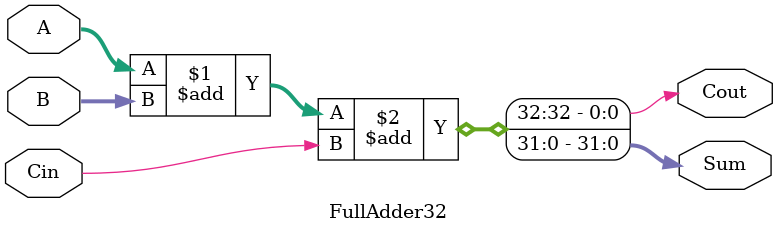
<source format=v>
module FullAdder32(A,B,Cin,Sum,Cout);
input [31:0]A,B; input Cin; output [31:0]Sum; output Cout;
assign {Cout,Sum} = A+B+Cin;
endmodule

</source>
